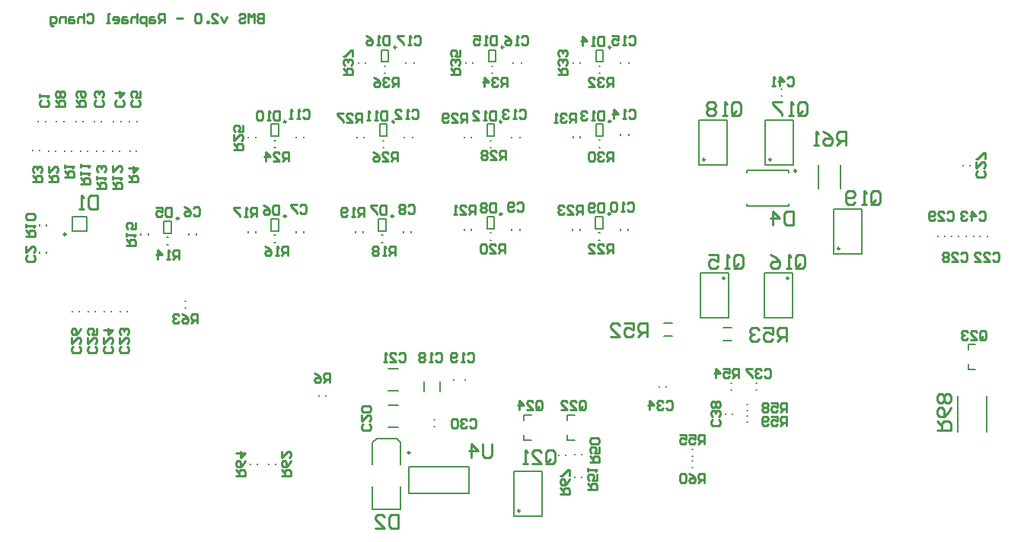
<source format=gbo>
G04 Layer_Color=32896*
%FSAX24Y24*%
%MOIN*%
G70*
G01*
G75*
%ADD36C,0.0100*%
%ADD69C,0.0098*%
%ADD71C,0.0079*%
%ADD74C,0.0080*%
D36*
X047770Y013920D02*
Y014320D01*
X047870Y014420D01*
X048070D01*
X048170Y014320D01*
Y013920D01*
X048070Y013820D01*
X047870D01*
X047970Y014020D02*
X047770Y013820D01*
X047870D02*
X047770Y013920D01*
X047170Y013820D02*
X047570D01*
X047170Y014220D01*
Y014320D01*
X047270Y014420D01*
X047470D01*
X047570Y014320D01*
X046970Y013820D02*
X046770D01*
X046870D01*
Y014420D01*
X046970Y014320D01*
X064900Y015300D02*
X065500D01*
Y015600D01*
X065400Y015700D01*
X065200D01*
X065100Y015600D01*
Y015300D01*
Y015500D02*
X064900Y015700D01*
X065500Y016300D02*
X065400Y016100D01*
X065200Y015900D01*
X065000D01*
X064900Y016000D01*
Y016200D01*
X065000Y016300D01*
X065100D01*
X065200Y016200D01*
Y015900D01*
X065400Y016500D02*
X065500Y016600D01*
Y016800D01*
X065400Y016899D01*
X065300D01*
X065200Y016800D01*
X065100Y016899D01*
X065000D01*
X064900Y016800D01*
Y016600D01*
X065000Y016500D01*
X065100D01*
X065200Y016600D01*
X065300Y016500D01*
X065400D01*
X065200Y016600D02*
Y016800D01*
X025933Y029767D02*
X026000Y029700D01*
Y029567D01*
X025933Y029500D01*
X025667D01*
X025600Y029567D01*
Y029700D01*
X025667Y029767D01*
X025600Y029900D02*
Y030033D01*
Y029967D01*
X026000D01*
X025933Y029900D01*
X025333Y022967D02*
X025400Y022900D01*
Y022767D01*
X025333Y022700D01*
X025067D01*
X025000Y022767D01*
Y022900D01*
X025067Y022967D01*
X025000Y023366D02*
Y023100D01*
X025267Y023366D01*
X025333D01*
X025400Y023300D01*
Y023167D01*
X025333Y023100D01*
X028333Y029767D02*
X028400Y029700D01*
Y029567D01*
X028333Y029500D01*
X028067D01*
X028000Y029567D01*
Y029700D01*
X028067Y029767D01*
X028333Y029900D02*
X028400Y029967D01*
Y030100D01*
X028333Y030166D01*
X028267D01*
X028200Y030100D01*
Y030033D01*
Y030100D01*
X028133Y030166D01*
X028067D01*
X028000Y030100D01*
Y029967D01*
X028067Y029900D01*
X029233Y029767D02*
X029300Y029700D01*
Y029567D01*
X029233Y029500D01*
X028967D01*
X028900Y029567D01*
Y029700D01*
X028967Y029767D01*
X028900Y030100D02*
X029300D01*
X029100Y029900D01*
Y030166D01*
X029933Y029767D02*
X030000Y029700D01*
Y029567D01*
X029933Y029500D01*
X029667D01*
X029600Y029567D01*
Y029700D01*
X029667Y029767D01*
X030000Y030166D02*
Y029900D01*
X029800D01*
X029867Y030033D01*
Y030100D01*
X029800Y030166D01*
X029667D01*
X029600Y030100D01*
Y029967D01*
X029667Y029900D01*
X032349Y025019D02*
X032416Y025086D01*
X032549D01*
X032616Y025019D01*
Y024752D01*
X032549Y024686D01*
X032416D01*
X032349Y024752D01*
X031949Y025086D02*
X032083Y025019D01*
X032216Y024886D01*
Y024752D01*
X032149Y024686D01*
X032016D01*
X031949Y024752D01*
Y024819D01*
X032016Y024886D01*
X032216D01*
X036999Y025119D02*
X037066Y025186D01*
X037199D01*
X037266Y025119D01*
Y024852D01*
X037199Y024786D01*
X037066D01*
X036999Y024852D01*
X036866Y025186D02*
X036599D01*
Y025119D01*
X036866Y024852D01*
Y024786D01*
X041749Y025119D02*
X041816Y025186D01*
X041949D01*
X042016Y025119D01*
Y024852D01*
X041949Y024786D01*
X041816D01*
X041749Y024852D01*
X041616Y025119D02*
X041549Y025186D01*
X041416D01*
X041349Y025119D01*
Y025052D01*
X041416Y024986D01*
X041349Y024919D01*
Y024852D01*
X041416Y024786D01*
X041549D01*
X041616Y024852D01*
Y024919D01*
X041549Y024986D01*
X041616Y025052D01*
Y025119D01*
X041549Y024986D02*
X041416D01*
X046499Y025219D02*
X046566Y025286D01*
X046699D01*
X046766Y025219D01*
Y024952D01*
X046699Y024886D01*
X046566D01*
X046499Y024952D01*
X046366D02*
X046299Y024886D01*
X046166D01*
X046099Y024952D01*
Y025219D01*
X046166Y025286D01*
X046299D01*
X046366Y025219D01*
Y025152D01*
X046299Y025086D01*
X046099D01*
X051349Y025219D02*
X051416Y025286D01*
X051549D01*
X051616Y025219D01*
Y024952D01*
X051549Y024886D01*
X051416D01*
X051349Y024952D01*
X051216Y024886D02*
X051083D01*
X051149D01*
Y025286D01*
X051216Y025219D01*
X050883D02*
X050816Y025286D01*
X050683D01*
X050616Y025219D01*
Y024952D01*
X050683Y024886D01*
X050816D01*
X050883Y024952D01*
Y025219D01*
X037149Y029269D02*
X037216Y029336D01*
X037349D01*
X037416Y029269D01*
Y029002D01*
X037349Y028936D01*
X037216D01*
X037149Y029002D01*
X037016Y028936D02*
X036883D01*
X036949D01*
Y029336D01*
X037016Y029269D01*
X036683Y028936D02*
X036549D01*
X036616D01*
Y029336D01*
X036683Y029269D01*
X041899D02*
X041966Y029336D01*
X042099D01*
X042166Y029269D01*
Y029002D01*
X042099Y028936D01*
X041966D01*
X041899Y029002D01*
X041766Y028936D02*
X041633D01*
X041699D01*
Y029336D01*
X041766Y029269D01*
X041166Y028936D02*
X041433D01*
X041166Y029202D01*
Y029269D01*
X041233Y029336D01*
X041366D01*
X041433Y029269D01*
X046599D02*
X046666Y029336D01*
X046799D01*
X046866Y029269D01*
Y029002D01*
X046799Y028936D01*
X046666D01*
X046599Y029002D01*
X046466Y028936D02*
X046333D01*
X046399D01*
Y029336D01*
X046466Y029269D01*
X046133D02*
X046066Y029336D01*
X045933D01*
X045866Y029269D01*
Y029202D01*
X045933Y029136D01*
X045999D01*
X045933D01*
X045866Y029069D01*
Y029002D01*
X045933Y028936D01*
X046066D01*
X046133Y029002D01*
X051399Y029269D02*
X051466Y029336D01*
X051599D01*
X051666Y029269D01*
Y029002D01*
X051599Y028936D01*
X051466D01*
X051399Y029002D01*
X051266Y028936D02*
X051133D01*
X051199D01*
Y029336D01*
X051266Y029269D01*
X050733Y028936D02*
Y029336D01*
X050933Y029136D01*
X050666D01*
X051399Y032519D02*
X051466Y032586D01*
X051599D01*
X051666Y032519D01*
Y032252D01*
X051599Y032186D01*
X051466D01*
X051399Y032252D01*
X051266Y032186D02*
X051133D01*
X051199D01*
Y032586D01*
X051266Y032519D01*
X050666Y032586D02*
X050933D01*
Y032386D01*
X050799Y032452D01*
X050733D01*
X050666Y032386D01*
Y032252D01*
X050733Y032186D01*
X050866D01*
X050933Y032252D01*
X046699Y032519D02*
X046766Y032586D01*
X046899D01*
X046966Y032519D01*
Y032252D01*
X046899Y032186D01*
X046766D01*
X046699Y032252D01*
X046566Y032186D02*
X046433D01*
X046499D01*
Y032586D01*
X046566Y032519D01*
X045966Y032586D02*
X046099Y032519D01*
X046233Y032386D01*
Y032252D01*
X046166Y032186D01*
X046033D01*
X045966Y032252D01*
Y032319D01*
X046033Y032386D01*
X046233D01*
X041999Y032519D02*
X042066Y032586D01*
X042199D01*
X042266Y032519D01*
Y032252D01*
X042199Y032186D01*
X042066D01*
X041999Y032252D01*
X041866Y032186D02*
X041733D01*
X041799D01*
Y032586D01*
X041866Y032519D01*
X041533Y032586D02*
X041266D01*
Y032519D01*
X041533Y032252D01*
Y032186D01*
X066933Y026667D02*
X067000Y026600D01*
Y026467D01*
X066933Y026400D01*
X066667D01*
X066600Y026467D01*
Y026600D01*
X066667Y026667D01*
X066600Y027066D02*
Y026800D01*
X066867Y027066D01*
X066933D01*
X067000Y027000D01*
Y026867D01*
X066933Y026800D01*
X067000Y027200D02*
Y027466D01*
X066933D01*
X066667Y027200D01*
X066600D01*
X028136Y025596D02*
Y024996D01*
X027836D01*
X027736Y025096D01*
Y025496D01*
X027836Y025596D01*
X028136D01*
X027536Y024996D02*
X027336D01*
X027436D01*
Y025596D01*
X027536Y025496D01*
X031366Y025036D02*
Y024636D01*
X031166D01*
X031099Y024702D01*
Y024969D01*
X031166Y025036D01*
X031366D01*
X030699D02*
X030966D01*
Y024836D01*
X030833Y024902D01*
X030766D01*
X030699Y024836D01*
Y024702D01*
X030766Y024636D01*
X030899D01*
X030966Y024702D01*
X036066Y025136D02*
Y024736D01*
X035866D01*
X035799Y024802D01*
Y025069D01*
X035866Y025136D01*
X036066D01*
X035399D02*
X035533Y025069D01*
X035666Y024936D01*
Y024802D01*
X035599Y024736D01*
X035466D01*
X035399Y024802D01*
Y024869D01*
X035466Y024936D01*
X035666D01*
X040766Y025136D02*
Y024736D01*
X040566D01*
X040499Y024802D01*
Y025069D01*
X040566Y025136D01*
X040766D01*
X040366D02*
X040099D01*
Y025069D01*
X040366Y024802D01*
Y024736D01*
X045566Y025236D02*
Y024836D01*
X045366D01*
X045299Y024902D01*
Y025169D01*
X045366Y025236D01*
X045566D01*
X045166Y025169D02*
X045099Y025236D01*
X044966D01*
X044899Y025169D01*
Y025102D01*
X044966Y025036D01*
X044899Y024969D01*
Y024902D01*
X044966Y024836D01*
X045099D01*
X045166Y024902D01*
Y024969D01*
X045099Y025036D01*
X045166Y025102D01*
Y025169D01*
X045099Y025036D02*
X044966D01*
X050316Y025236D02*
Y024836D01*
X050116D01*
X050049Y024902D01*
Y025169D01*
X050116Y025236D01*
X050316D01*
X049916Y024902D02*
X049849Y024836D01*
X049716D01*
X049649Y024902D01*
Y025169D01*
X049716Y025236D01*
X049849D01*
X049916Y025169D01*
Y025102D01*
X049849Y025036D01*
X049649D01*
X036116Y029286D02*
Y028886D01*
X035916D01*
X035849Y028952D01*
Y029219D01*
X035916Y029286D01*
X036116D01*
X035716Y028886D02*
X035583D01*
X035649D01*
Y029286D01*
X035716Y029219D01*
X035383D02*
X035316Y029286D01*
X035183D01*
X035116Y029219D01*
Y028952D01*
X035183Y028886D01*
X035316D01*
X035383Y028952D01*
Y029219D01*
X040816Y029286D02*
Y028886D01*
X040616D01*
X040549Y028952D01*
Y029219D01*
X040616Y029286D01*
X040816D01*
X040416Y028886D02*
X040283D01*
X040349D01*
Y029286D01*
X040416Y029219D01*
X040083Y028886D02*
X039949D01*
X040016D01*
Y029286D01*
X040083Y029219D01*
X045566Y029286D02*
Y028886D01*
X045366D01*
X045299Y028952D01*
Y029219D01*
X045366Y029286D01*
X045566D01*
X045166Y028886D02*
X045033D01*
X045099D01*
Y029286D01*
X045166Y029219D01*
X044566Y028886D02*
X044833D01*
X044566Y029152D01*
Y029219D01*
X044633Y029286D01*
X044766D01*
X044833Y029219D01*
X050316Y029286D02*
Y028886D01*
X050116D01*
X050049Y028952D01*
Y029219D01*
X050116Y029286D01*
X050316D01*
X049916Y028886D02*
X049783D01*
X049849D01*
Y029286D01*
X049916Y029219D01*
X049583D02*
X049516Y029286D01*
X049383D01*
X049316Y029219D01*
Y029152D01*
X049383Y029086D01*
X049449D01*
X049383D01*
X049316Y029019D01*
Y028952D01*
X049383Y028886D01*
X049516D01*
X049583Y028952D01*
X050316Y032536D02*
Y032136D01*
X050116D01*
X050049Y032202D01*
Y032469D01*
X050116Y032536D01*
X050316D01*
X049916Y032136D02*
X049783D01*
X049849D01*
Y032536D01*
X049916Y032469D01*
X049383Y032136D02*
Y032536D01*
X049583Y032336D01*
X049316D01*
X045616Y032586D02*
Y032186D01*
X045416D01*
X045349Y032252D01*
Y032519D01*
X045416Y032586D01*
X045616D01*
X045216Y032186D02*
X045083D01*
X045149D01*
Y032586D01*
X045216Y032519D01*
X044616Y032586D02*
X044883D01*
Y032386D01*
X044749Y032452D01*
X044683D01*
X044616Y032386D01*
Y032252D01*
X044683Y032186D01*
X044816D01*
X044883Y032252D01*
X040916Y032586D02*
Y032186D01*
X040716D01*
X040649Y032252D01*
Y032519D01*
X040716Y032586D01*
X040916D01*
X040516Y032186D02*
X040383D01*
X040449D01*
Y032586D01*
X040516Y032519D01*
X039916Y032586D02*
X040049Y032519D01*
X040183Y032386D01*
Y032252D01*
X040116Y032186D01*
X039983D01*
X039916Y032252D01*
Y032319D01*
X039983Y032386D01*
X040183D01*
X026700Y026400D02*
X027100D01*
Y026600D01*
X027033Y026667D01*
X026900D01*
X026833Y026600D01*
Y026400D01*
Y026533D02*
X026700Y026667D01*
Y026800D02*
Y026933D01*
Y026867D01*
X027100D01*
X027033Y026800D01*
X026000Y026200D02*
X026400D01*
Y026400D01*
X026333Y026467D01*
X026200D01*
X026133Y026400D01*
Y026200D01*
Y026333D02*
X026000Y026467D01*
Y026866D02*
Y026600D01*
X026267Y026866D01*
X026333D01*
X026400Y026800D01*
Y026667D01*
X026333Y026600D01*
X025300Y026200D02*
X025700D01*
Y026400D01*
X025633Y026467D01*
X025500D01*
X025433Y026400D01*
Y026200D01*
Y026333D02*
X025300Y026467D01*
X025633Y026600D02*
X025700Y026667D01*
Y026800D01*
X025633Y026866D01*
X025567D01*
X025500Y026800D01*
Y026733D01*
Y026800D01*
X025433Y026866D01*
X025367D01*
X025300Y026800D01*
Y026667D01*
X025367Y026600D01*
X029500Y026200D02*
X029900D01*
Y026400D01*
X029833Y026467D01*
X029700D01*
X029633Y026400D01*
Y026200D01*
Y026333D02*
X029500Y026467D01*
Y026800D02*
X029900D01*
X029700Y026600D01*
Y026866D01*
X026300Y029500D02*
X026700D01*
Y029700D01*
X026633Y029767D01*
X026500D01*
X026433Y029700D01*
Y029500D01*
Y029633D02*
X026300Y029767D01*
X026633Y029900D02*
X026700Y029967D01*
Y030100D01*
X026633Y030166D01*
X026567D01*
X026500Y030100D01*
X026433Y030166D01*
X026367D01*
X026300Y030100D01*
Y029967D01*
X026367Y029900D01*
X026433D01*
X026500Y029967D01*
X026567Y029900D01*
X026633D01*
X026500Y029967D02*
Y030100D01*
X027200Y029500D02*
X027600D01*
Y029700D01*
X027533Y029767D01*
X027400D01*
X027333Y029700D01*
Y029500D01*
Y029633D02*
X027200Y029767D01*
X027267Y029900D02*
X027200Y029967D01*
Y030100D01*
X027267Y030166D01*
X027533D01*
X027600Y030100D01*
Y029967D01*
X027533Y029900D01*
X027467D01*
X027400Y029967D01*
Y030166D01*
X025000Y023800D02*
X025400D01*
Y024000D01*
X025333Y024067D01*
X025200D01*
X025133Y024000D01*
Y023800D01*
Y023933D02*
X025000Y024067D01*
Y024200D02*
Y024333D01*
Y024267D01*
X025400D01*
X025333Y024200D01*
Y024533D02*
X025400Y024600D01*
Y024733D01*
X025333Y024800D01*
X025067D01*
X025000Y024733D01*
Y024600D01*
X025067Y024533D01*
X025333D01*
X027400Y026100D02*
X027800D01*
Y026300D01*
X027733Y026367D01*
X027600D01*
X027533Y026300D01*
Y026100D01*
Y026233D02*
X027400Y026367D01*
Y026500D02*
Y026633D01*
Y026567D01*
X027800D01*
X027733Y026500D01*
X027400Y026833D02*
Y026966D01*
Y026900D01*
X027800D01*
X027733Y026833D01*
X028800Y025900D02*
X029200D01*
Y026100D01*
X029133Y026167D01*
X029000D01*
X028933Y026100D01*
Y025900D01*
Y026033D02*
X028800Y026167D01*
Y026300D02*
Y026433D01*
Y026367D01*
X029200D01*
X029133Y026300D01*
X028800Y026900D02*
Y026633D01*
X029067Y026900D01*
X029133D01*
X029200Y026833D01*
Y026700D01*
X029133Y026633D01*
X028100Y025900D02*
X028500D01*
Y026100D01*
X028433Y026167D01*
X028300D01*
X028233Y026100D01*
Y025900D01*
Y026033D02*
X028100Y026167D01*
Y026300D02*
Y026433D01*
Y026367D01*
X028500D01*
X028433Y026300D01*
Y026633D02*
X028500Y026700D01*
Y026833D01*
X028433Y026900D01*
X028367D01*
X028300Y026833D01*
Y026766D01*
Y026833D01*
X028233Y026900D01*
X028167D01*
X028100Y026833D01*
Y026700D01*
X028167Y026633D01*
X031716Y022786D02*
Y023186D01*
X031516D01*
X031449Y023119D01*
Y022986D01*
X031516Y022919D01*
X031716D01*
X031582D02*
X031449Y022786D01*
X031316D02*
X031183D01*
X031249D01*
Y023186D01*
X031316Y023119D01*
X030783Y022786D02*
Y023186D01*
X030983Y022986D01*
X030716D01*
X029400Y023400D02*
X029800D01*
Y023600D01*
X029733Y023667D01*
X029600D01*
X029533Y023600D01*
Y023400D01*
Y023533D02*
X029400Y023667D01*
Y023800D02*
Y023933D01*
Y023867D01*
X029800D01*
X029733Y023800D01*
X029800Y024400D02*
Y024133D01*
X029600D01*
X029667Y024266D01*
Y024333D01*
X029600Y024400D01*
X029467D01*
X029400Y024333D01*
Y024200D01*
X029467Y024133D01*
X036466Y022936D02*
Y023336D01*
X036266D01*
X036199Y023269D01*
Y023136D01*
X036266Y023069D01*
X036466D01*
X036332D02*
X036199Y022936D01*
X036066D02*
X035933D01*
X035999D01*
Y023336D01*
X036066Y023269D01*
X035466Y023336D02*
X035599Y023269D01*
X035733Y023136D01*
Y023002D01*
X035666Y022936D01*
X035533D01*
X035466Y023002D01*
Y023069D01*
X035533Y023136D01*
X035733D01*
X035116Y024636D02*
Y025036D01*
X034916D01*
X034849Y024969D01*
Y024836D01*
X034916Y024769D01*
X035116D01*
X034982D02*
X034849Y024636D01*
X034716D02*
X034583D01*
X034649D01*
Y025036D01*
X034716Y024969D01*
X034383Y025036D02*
X034116D01*
Y024969D01*
X034383Y024702D01*
Y024636D01*
X041166Y022936D02*
Y023336D01*
X040966D01*
X040899Y023269D01*
Y023136D01*
X040966Y023069D01*
X041166D01*
X041032D02*
X040899Y022936D01*
X040766D02*
X040633D01*
X040699D01*
Y023336D01*
X040766Y023269D01*
X040433D02*
X040366Y023336D01*
X040233D01*
X040166Y023269D01*
Y023202D01*
X040233Y023136D01*
X040166Y023069D01*
Y023002D01*
X040233Y022936D01*
X040366D01*
X040433Y023002D01*
Y023069D01*
X040366Y023136D01*
X040433Y023202D01*
Y023269D01*
X040366Y023136D02*
X040233D01*
X039816Y024636D02*
Y025036D01*
X039616D01*
X039549Y024969D01*
Y024836D01*
X039616Y024769D01*
X039816D01*
X039682D02*
X039549Y024636D01*
X039416D02*
X039283D01*
X039349D01*
Y025036D01*
X039416Y024969D01*
X039083Y024702D02*
X039016Y024636D01*
X038883D01*
X038816Y024702D01*
Y024969D01*
X038883Y025036D01*
X039016D01*
X039083Y024969D01*
Y024902D01*
X039016Y024836D01*
X038816D01*
X045966Y023036D02*
Y023436D01*
X045766D01*
X045699Y023369D01*
Y023236D01*
X045766Y023169D01*
X045966D01*
X045832D02*
X045699Y023036D01*
X045299D02*
X045566D01*
X045299Y023302D01*
Y023369D01*
X045366Y023436D01*
X045499D01*
X045566Y023369D01*
X045166D02*
X045099Y023436D01*
X044966D01*
X044899Y023369D01*
Y023102D01*
X044966Y023036D01*
X045099D01*
X045166Y023102D01*
Y023369D01*
X044666Y024736D02*
Y025136D01*
X044466D01*
X044399Y025069D01*
Y024936D01*
X044466Y024869D01*
X044666D01*
X044532D02*
X044399Y024736D01*
X043999D02*
X044266D01*
X043999Y025002D01*
Y025069D01*
X044066Y025136D01*
X044199D01*
X044266Y025069D01*
X043866Y024736D02*
X043733D01*
X043799D01*
Y025136D01*
X043866Y025069D01*
X050716Y023036D02*
Y023436D01*
X050516D01*
X050449Y023369D01*
Y023236D01*
X050516Y023169D01*
X050716D01*
X050582D02*
X050449Y023036D01*
X050049D02*
X050316D01*
X050049Y023302D01*
Y023369D01*
X050116Y023436D01*
X050249D01*
X050316Y023369D01*
X049649Y023036D02*
X049916D01*
X049649Y023302D01*
Y023369D01*
X049716Y023436D01*
X049849D01*
X049916Y023369D01*
X049366Y024736D02*
Y025136D01*
X049166D01*
X049099Y025069D01*
Y024936D01*
X049166Y024869D01*
X049366D01*
X049232D02*
X049099Y024736D01*
X048699D02*
X048966D01*
X048699Y025002D01*
Y025069D01*
X048766Y025136D01*
X048899D01*
X048966Y025069D01*
X048566D02*
X048499Y025136D01*
X048366D01*
X048299Y025069D01*
Y025002D01*
X048366Y024936D01*
X048433D01*
X048366D01*
X048299Y024869D01*
Y024802D01*
X048366Y024736D01*
X048499D01*
X048566Y024802D01*
X036516Y027086D02*
Y027486D01*
X036316D01*
X036249Y027419D01*
Y027286D01*
X036316Y027219D01*
X036516D01*
X036382D02*
X036249Y027086D01*
X035849D02*
X036116D01*
X035849Y027352D01*
Y027419D01*
X035916Y027486D01*
X036049D01*
X036116Y027419D01*
X035516Y027086D02*
Y027486D01*
X035716Y027286D01*
X035449D01*
X034100Y027600D02*
X034500D01*
Y027800D01*
X034433Y027867D01*
X034300D01*
X034233Y027800D01*
Y027600D01*
Y027733D02*
X034100Y027867D01*
Y028266D02*
Y028000D01*
X034367Y028266D01*
X034433D01*
X034500Y028200D01*
Y028067D01*
X034433Y028000D01*
X034500Y028666D02*
Y028400D01*
X034300D01*
X034367Y028533D01*
Y028600D01*
X034300Y028666D01*
X034167D01*
X034100Y028600D01*
Y028466D01*
X034167Y028400D01*
X041266Y027086D02*
Y027486D01*
X041066D01*
X040999Y027419D01*
Y027286D01*
X041066Y027219D01*
X041266D01*
X041132D02*
X040999Y027086D01*
X040599D02*
X040866D01*
X040599Y027352D01*
Y027419D01*
X040666Y027486D01*
X040799D01*
X040866Y027419D01*
X040199Y027486D02*
X040333Y027419D01*
X040466Y027286D01*
Y027152D01*
X040399Y027086D01*
X040266D01*
X040199Y027152D01*
Y027219D01*
X040266Y027286D01*
X040466D01*
X039716Y028786D02*
Y029186D01*
X039516D01*
X039449Y029119D01*
Y028986D01*
X039516Y028919D01*
X039716D01*
X039582D02*
X039449Y028786D01*
X039049D02*
X039316D01*
X039049Y029052D01*
Y029119D01*
X039116Y029186D01*
X039249D01*
X039316Y029119D01*
X038916Y029186D02*
X038649D01*
Y029119D01*
X038916Y028852D01*
Y028786D01*
X046016Y027136D02*
Y027536D01*
X045816D01*
X045749Y027469D01*
Y027336D01*
X045816Y027269D01*
X046016D01*
X045882D02*
X045749Y027136D01*
X045349D02*
X045616D01*
X045349Y027402D01*
Y027469D01*
X045416Y027536D01*
X045549D01*
X045616Y027469D01*
X045216D02*
X045149Y027536D01*
X045016D01*
X044949Y027469D01*
Y027402D01*
X045016Y027336D01*
X044949Y027269D01*
Y027202D01*
X045016Y027136D01*
X045149D01*
X045216Y027202D01*
Y027269D01*
X045149Y027336D01*
X045216Y027402D01*
Y027469D01*
X045149Y027336D02*
X045016D01*
X044316Y028786D02*
Y029186D01*
X044116D01*
X044049Y029119D01*
Y028986D01*
X044116Y028919D01*
X044316D01*
X044182D02*
X044049Y028786D01*
X043649D02*
X043916D01*
X043649Y029052D01*
Y029119D01*
X043716Y029186D01*
X043849D01*
X043916Y029119D01*
X043516Y028852D02*
X043449Y028786D01*
X043316D01*
X043249Y028852D01*
Y029119D01*
X043316Y029186D01*
X043449D01*
X043516Y029119D01*
Y029052D01*
X043449Y028986D01*
X043249D01*
X050716Y027086D02*
Y027486D01*
X050516D01*
X050449Y027419D01*
Y027286D01*
X050516Y027219D01*
X050716D01*
X050582D02*
X050449Y027086D01*
X050316Y027419D02*
X050249Y027486D01*
X050116D01*
X050049Y027419D01*
Y027352D01*
X050116Y027286D01*
X050183D01*
X050116D01*
X050049Y027219D01*
Y027152D01*
X050116Y027086D01*
X050249D01*
X050316Y027152D01*
X049916Y027419D02*
X049849Y027486D01*
X049716D01*
X049649Y027419D01*
Y027152D01*
X049716Y027086D01*
X049849D01*
X049916Y027152D01*
Y027419D01*
X049066Y028786D02*
Y029186D01*
X048866D01*
X048799Y029119D01*
Y028986D01*
X048866Y028919D01*
X049066D01*
X048932D02*
X048799Y028786D01*
X048666Y029119D02*
X048599Y029186D01*
X048466D01*
X048399Y029119D01*
Y029052D01*
X048466Y028986D01*
X048533D01*
X048466D01*
X048399Y028919D01*
Y028852D01*
X048466Y028786D01*
X048599D01*
X048666Y028852D01*
X048266Y028786D02*
X048133D01*
X048199D01*
Y029186D01*
X048266Y029119D01*
X050716Y030336D02*
Y030736D01*
X050516D01*
X050449Y030669D01*
Y030536D01*
X050516Y030469D01*
X050716D01*
X050582D02*
X050449Y030336D01*
X050316Y030669D02*
X050249Y030736D01*
X050116D01*
X050049Y030669D01*
Y030602D01*
X050116Y030536D01*
X050183D01*
X050116D01*
X050049Y030469D01*
Y030402D01*
X050116Y030336D01*
X050249D01*
X050316Y030402D01*
X049649Y030336D02*
X049916D01*
X049649Y030602D01*
Y030669D01*
X049716Y030736D01*
X049849D01*
X049916Y030669D01*
X048300Y030900D02*
X048700D01*
Y031100D01*
X048633Y031167D01*
X048500D01*
X048433Y031100D01*
Y030900D01*
Y031033D02*
X048300Y031167D01*
X048633Y031300D02*
X048700Y031367D01*
Y031500D01*
X048633Y031566D01*
X048567D01*
X048500Y031500D01*
Y031433D01*
Y031500D01*
X048433Y031566D01*
X048367D01*
X048300Y031500D01*
Y031367D01*
X048367Y031300D01*
X048633Y031700D02*
X048700Y031766D01*
Y031900D01*
X048633Y031966D01*
X048567D01*
X048500Y031900D01*
Y031833D01*
Y031900D01*
X048433Y031966D01*
X048367D01*
X048300Y031900D01*
Y031766D01*
X048367Y031700D01*
X046066Y030336D02*
Y030736D01*
X045866D01*
X045799Y030669D01*
Y030536D01*
X045866Y030469D01*
X046066D01*
X045932D02*
X045799Y030336D01*
X045666Y030669D02*
X045599Y030736D01*
X045466D01*
X045399Y030669D01*
Y030602D01*
X045466Y030536D01*
X045533D01*
X045466D01*
X045399Y030469D01*
Y030402D01*
X045466Y030336D01*
X045599D01*
X045666Y030402D01*
X045066Y030336D02*
Y030736D01*
X045266Y030536D01*
X044999D01*
X043600Y030900D02*
X044000D01*
Y031100D01*
X043933Y031167D01*
X043800D01*
X043733Y031100D01*
Y030900D01*
Y031033D02*
X043600Y031167D01*
X043933Y031300D02*
X044000Y031367D01*
Y031500D01*
X043933Y031566D01*
X043867D01*
X043800Y031500D01*
Y031433D01*
Y031500D01*
X043733Y031566D01*
X043667D01*
X043600Y031500D01*
Y031367D01*
X043667Y031300D01*
X044000Y031966D02*
Y031700D01*
X043800D01*
X043867Y031833D01*
Y031900D01*
X043800Y031966D01*
X043667D01*
X043600Y031900D01*
Y031766D01*
X043667Y031700D01*
X041316Y030336D02*
Y030736D01*
X041116D01*
X041049Y030669D01*
Y030536D01*
X041116Y030469D01*
X041316D01*
X041182D02*
X041049Y030336D01*
X040916Y030669D02*
X040849Y030736D01*
X040716D01*
X040649Y030669D01*
Y030602D01*
X040716Y030536D01*
X040783D01*
X040716D01*
X040649Y030469D01*
Y030402D01*
X040716Y030336D01*
X040849D01*
X040916Y030402D01*
X040249Y030736D02*
X040383Y030669D01*
X040516Y030536D01*
Y030402D01*
X040449Y030336D01*
X040316D01*
X040249Y030402D01*
Y030469D01*
X040316Y030536D01*
X040516D01*
X038900Y030900D02*
X039300D01*
Y031100D01*
X039233Y031167D01*
X039100D01*
X039033Y031100D01*
Y030900D01*
Y031033D02*
X038900Y031167D01*
X039233Y031300D02*
X039300Y031367D01*
Y031500D01*
X039233Y031566D01*
X039167D01*
X039100Y031500D01*
Y031433D01*
Y031500D01*
X039033Y031566D01*
X038967D01*
X038900Y031500D01*
Y031367D01*
X038967Y031300D01*
X039300Y031700D02*
Y031966D01*
X039233D01*
X038967Y031700D01*
X038900D01*
X066783Y019317D02*
Y019583D01*
X066850Y019650D01*
X066983D01*
X067050Y019583D01*
Y019317D01*
X066983Y019250D01*
X066850D01*
X066917Y019383D02*
X066783Y019250D01*
X066850D02*
X066783Y019317D01*
X066384Y019250D02*
X066650D01*
X066384Y019517D01*
Y019583D01*
X066450Y019650D01*
X066583D01*
X066650Y019583D01*
X066250D02*
X066184Y019650D01*
X066050D01*
X065984Y019583D01*
Y019517D01*
X066050Y019450D01*
X066117D01*
X066050D01*
X065984Y019383D01*
Y019317D01*
X066050Y019250D01*
X066184D01*
X066250Y019317D01*
X067333Y023033D02*
X067400Y023100D01*
X067533D01*
X067600Y023033D01*
Y022767D01*
X067533Y022700D01*
X067400D01*
X067333Y022767D01*
X066934Y022700D02*
X067200D01*
X066934Y022967D01*
Y023033D01*
X067000Y023100D01*
X067133D01*
X067200Y023033D01*
X066534Y022700D02*
X066800D01*
X066534Y022967D01*
Y023033D01*
X066600Y023100D01*
X066734D01*
X066800Y023033D01*
X066733Y024833D02*
X066800Y024900D01*
X066933D01*
X067000Y024833D01*
Y024567D01*
X066933Y024500D01*
X066800D01*
X066733Y024567D01*
X066400Y024500D02*
Y024900D01*
X066600Y024700D01*
X066334D01*
X066200Y024833D02*
X066134Y024900D01*
X066000D01*
X065934Y024833D01*
Y024767D01*
X066000Y024700D01*
X066067D01*
X066000D01*
X065934Y024633D01*
Y024567D01*
X066000Y024500D01*
X066134D01*
X066200Y024567D01*
X055900Y029200D02*
Y029600D01*
X056000Y029700D01*
X056200D01*
X056300Y029600D01*
Y029200D01*
X056200Y029100D01*
X056000D01*
X056100Y029300D02*
X055900Y029100D01*
X056000D02*
X055900Y029200D01*
X055700Y029100D02*
X055500D01*
X055600D01*
Y029700D01*
X055700Y029600D01*
X055200D02*
X055100Y029700D01*
X054900D01*
X054800Y029600D01*
Y029500D01*
X054900Y029400D01*
X054800Y029300D01*
Y029200D01*
X054900Y029100D01*
X055100D01*
X055200Y029200D01*
Y029300D01*
X055100Y029400D01*
X055200Y029500D01*
Y029600D01*
X055100Y029400D02*
X054900D01*
X062000Y025300D02*
Y025700D01*
X062100Y025800D01*
X062300D01*
X062400Y025700D01*
Y025300D01*
X062300Y025200D01*
X062100D01*
X062200Y025400D02*
X062000Y025200D01*
X062100D02*
X062000Y025300D01*
X061800Y025200D02*
X061600D01*
X061700D01*
Y025800D01*
X061800Y025700D01*
X061300Y025300D02*
X061200Y025200D01*
X061000D01*
X060900Y025300D01*
Y025700D01*
X061000Y025800D01*
X061200D01*
X061300Y025700D01*
Y025600D01*
X061200Y025500D01*
X060900D01*
X058300Y016100D02*
Y016500D01*
X058100D01*
X058033Y016433D01*
Y016300D01*
X058100Y016233D01*
X058300D01*
X058167D02*
X058033Y016100D01*
X057634Y016500D02*
X057900D01*
Y016300D01*
X057767Y016367D01*
X057700D01*
X057634Y016300D01*
Y016167D01*
X057700Y016100D01*
X057833D01*
X057900Y016167D01*
X057500Y016433D02*
X057434Y016500D01*
X057300D01*
X057234Y016433D01*
Y016367D01*
X057300Y016300D01*
X057234Y016233D01*
Y016167D01*
X057300Y016100D01*
X057434D01*
X057500Y016167D01*
Y016233D01*
X057434Y016300D01*
X057500Y016367D01*
Y016433D01*
X057434Y016300D02*
X057300D01*
X058300Y015500D02*
Y015900D01*
X058100D01*
X058033Y015833D01*
Y015700D01*
X058100Y015633D01*
X058300D01*
X058167D02*
X058033Y015500D01*
X057634Y015900D02*
X057900D01*
Y015700D01*
X057767Y015767D01*
X057700D01*
X057634Y015700D01*
Y015567D01*
X057700Y015500D01*
X057833D01*
X057900Y015567D01*
X057500D02*
X057434Y015500D01*
X057300D01*
X057234Y015567D01*
Y015833D01*
X057300Y015900D01*
X057434D01*
X057500Y015833D01*
Y015767D01*
X057434Y015700D01*
X057234D01*
X054700Y013000D02*
Y013400D01*
X054500D01*
X054433Y013333D01*
Y013200D01*
X054500Y013133D01*
X054700D01*
X054567D02*
X054433Y013000D01*
X054034Y013400D02*
X054167Y013333D01*
X054300Y013200D01*
Y013067D01*
X054233Y013000D01*
X054100D01*
X054034Y013067D01*
Y013133D01*
X054100Y013200D01*
X054300D01*
X053900Y013333D02*
X053834Y013400D01*
X053700D01*
X053634Y013333D01*
Y013067D01*
X053700Y013000D01*
X053834D01*
X053900Y013067D01*
Y013333D01*
X060900Y027800D02*
Y028400D01*
X060600D01*
X060500Y028300D01*
Y028100D01*
X060600Y028000D01*
X060900D01*
X060700D02*
X060500Y027800D01*
X059900Y028400D02*
X060100Y028300D01*
X060300Y028100D01*
Y027900D01*
X060200Y027800D01*
X060000D01*
X059900Y027900D01*
Y028000D01*
X060000Y028100D01*
X060300D01*
X059700Y027800D02*
X059500D01*
X059600D01*
Y028400D01*
X059700Y028300D01*
X042933Y018633D02*
X043000Y018700D01*
X043133D01*
X043200Y018633D01*
Y018367D01*
X043133Y018300D01*
X043000D01*
X042933Y018367D01*
X042800Y018300D02*
X042667D01*
X042733D01*
Y018700D01*
X042800Y018633D01*
X042467D02*
X042400Y018700D01*
X042267D01*
X042200Y018633D01*
Y018567D01*
X042267Y018500D01*
X042200Y018433D01*
Y018367D01*
X042267Y018300D01*
X042400D01*
X042467Y018367D01*
Y018433D01*
X042400Y018500D01*
X042467Y018567D01*
Y018633D01*
X042400Y018500D02*
X042267D01*
X044333Y018633D02*
X044400Y018700D01*
X044533D01*
X044600Y018633D01*
Y018367D01*
X044533Y018300D01*
X044400D01*
X044333Y018367D01*
X044200Y018300D02*
X044067D01*
X044133D01*
Y018700D01*
X044200Y018633D01*
X043867Y018367D02*
X043800Y018300D01*
X043667D01*
X043600Y018367D01*
Y018633D01*
X043667Y018700D01*
X043800D01*
X043867Y018633D01*
Y018567D01*
X043800Y018500D01*
X043600D01*
X040033Y015567D02*
X040100Y015500D01*
Y015367D01*
X040033Y015300D01*
X039767D01*
X039700Y015367D01*
Y015500D01*
X039767Y015567D01*
X039700Y015966D02*
Y015700D01*
X039967Y015966D01*
X040033D01*
X040100Y015900D01*
Y015767D01*
X040033Y015700D01*
Y016100D02*
X040100Y016166D01*
Y016300D01*
X040033Y016366D01*
X039767D01*
X039700Y016300D01*
Y016166D01*
X039767Y016100D01*
X040033D01*
X041333Y018633D02*
X041400Y018700D01*
X041533D01*
X041600Y018633D01*
Y018367D01*
X041533Y018300D01*
X041400D01*
X041333Y018367D01*
X040934Y018300D02*
X041200D01*
X040934Y018567D01*
Y018633D01*
X041000Y018700D01*
X041133D01*
X041200Y018633D01*
X040800Y018300D02*
X040667D01*
X040734D01*
Y018700D01*
X040800Y018633D01*
X029433Y018967D02*
X029500Y018900D01*
Y018767D01*
X029433Y018700D01*
X029167D01*
X029100Y018767D01*
Y018900D01*
X029167Y018967D01*
X029100Y019366D02*
Y019100D01*
X029367Y019366D01*
X029433D01*
X029500Y019300D01*
Y019167D01*
X029433Y019100D01*
Y019500D02*
X029500Y019566D01*
Y019700D01*
X029433Y019766D01*
X029367D01*
X029300Y019700D01*
Y019633D01*
Y019700D01*
X029233Y019766D01*
X029167D01*
X029100Y019700D01*
Y019566D01*
X029167Y019500D01*
X028733Y018967D02*
X028800Y018900D01*
Y018767D01*
X028733Y018700D01*
X028467D01*
X028400Y018767D01*
Y018900D01*
X028467Y018967D01*
X028400Y019366D02*
Y019100D01*
X028667Y019366D01*
X028733D01*
X028800Y019300D01*
Y019167D01*
X028733Y019100D01*
X028400Y019700D02*
X028800D01*
X028600Y019500D01*
Y019766D01*
X028033Y018967D02*
X028100Y018900D01*
Y018767D01*
X028033Y018700D01*
X027767D01*
X027700Y018767D01*
Y018900D01*
X027767Y018967D01*
X027700Y019366D02*
Y019100D01*
X027967Y019366D01*
X028033D01*
X028100Y019300D01*
Y019167D01*
X028033Y019100D01*
X028100Y019766D02*
Y019500D01*
X027900D01*
X027967Y019633D01*
Y019700D01*
X027900Y019766D01*
X027767D01*
X027700Y019700D01*
Y019566D01*
X027767Y019500D01*
X027333Y018967D02*
X027400Y018900D01*
Y018767D01*
X027333Y018700D01*
X027067D01*
X027000Y018767D01*
Y018900D01*
X027067Y018967D01*
X027000Y019366D02*
Y019100D01*
X027267Y019366D01*
X027333D01*
X027400Y019300D01*
Y019167D01*
X027333Y019100D01*
X027400Y019766D02*
X027333Y019633D01*
X027200Y019500D01*
X027067D01*
X027000Y019566D01*
Y019700D01*
X027067Y019766D01*
X027133D01*
X027200Y019700D01*
Y019500D01*
X065933Y023033D02*
X066000Y023100D01*
X066133D01*
X066200Y023033D01*
Y022767D01*
X066133Y022700D01*
X066000D01*
X065933Y022767D01*
X065534Y022700D02*
X065800D01*
X065534Y022967D01*
Y023033D01*
X065600Y023100D01*
X065733D01*
X065800Y023033D01*
X065400D02*
X065334Y023100D01*
X065200D01*
X065134Y023033D01*
Y022967D01*
X065200Y022900D01*
X065134Y022833D01*
Y022767D01*
X065200Y022700D01*
X065334D01*
X065400Y022767D01*
Y022833D01*
X065334Y022900D01*
X065400Y022967D01*
Y023033D01*
X065334Y022900D02*
X065200D01*
X065333Y024833D02*
X065400Y024900D01*
X065533D01*
X065600Y024833D01*
Y024567D01*
X065533Y024500D01*
X065400D01*
X065333Y024567D01*
X064934Y024500D02*
X065200D01*
X064934Y024767D01*
Y024833D01*
X065000Y024900D01*
X065133D01*
X065200Y024833D01*
X064800Y024567D02*
X064734Y024500D01*
X064600D01*
X064534Y024567D01*
Y024833D01*
X064600Y024900D01*
X064734D01*
X064800Y024833D01*
Y024767D01*
X064734Y024700D01*
X064534D01*
X044433Y015733D02*
X044500Y015800D01*
X044633D01*
X044700Y015733D01*
Y015467D01*
X044633Y015400D01*
X044500D01*
X044433Y015467D01*
X044300Y015733D02*
X044233Y015800D01*
X044100D01*
X044034Y015733D01*
Y015667D01*
X044100Y015600D01*
X044167D01*
X044100D01*
X044034Y015533D01*
Y015467D01*
X044100Y015400D01*
X044233D01*
X044300Y015467D01*
X043900Y015733D02*
X043834Y015800D01*
X043700D01*
X043634Y015733D01*
Y015467D01*
X043700Y015400D01*
X043834D01*
X043900Y015467D01*
Y015733D01*
X053033Y016533D02*
X053100Y016600D01*
X053233D01*
X053300Y016533D01*
Y016267D01*
X053233Y016200D01*
X053100D01*
X053033Y016267D01*
X052900Y016533D02*
X052833Y016600D01*
X052700D01*
X052634Y016533D01*
Y016467D01*
X052700Y016400D01*
X052767D01*
X052700D01*
X052634Y016333D01*
Y016267D01*
X052700Y016200D01*
X052833D01*
X052900Y016267D01*
X052300Y016200D02*
Y016600D01*
X052500Y016400D01*
X052234D01*
X057333Y017933D02*
X057400Y018000D01*
X057533D01*
X057600Y017933D01*
Y017667D01*
X057533Y017600D01*
X057400D01*
X057333Y017667D01*
X057200Y017933D02*
X057133Y018000D01*
X057000D01*
X056934Y017933D01*
Y017867D01*
X057000Y017800D01*
X057067D01*
X057000D01*
X056934Y017733D01*
Y017667D01*
X057000Y017600D01*
X057133D01*
X057200Y017667D01*
X056800Y018000D02*
X056534D01*
Y017933D01*
X056800Y017667D01*
Y017600D01*
X055333Y015767D02*
X055400Y015700D01*
Y015567D01*
X055333Y015500D01*
X055067D01*
X055000Y015567D01*
Y015700D01*
X055067Y015767D01*
X055333Y015900D02*
X055400Y015967D01*
Y016100D01*
X055333Y016166D01*
X055267D01*
X055200Y016100D01*
Y016033D01*
Y016100D01*
X055133Y016166D01*
X055067D01*
X055000Y016100D01*
Y015967D01*
X055067Y015900D01*
X055333Y016300D02*
X055400Y016366D01*
Y016500D01*
X055333Y016566D01*
X055267D01*
X055200Y016500D01*
X055133Y016566D01*
X055067D01*
X055000Y016500D01*
Y016366D01*
X055067Y016300D01*
X055133D01*
X055200Y016366D01*
X055267Y016300D01*
X055333D01*
X055200Y016366D02*
Y016500D01*
X058333Y030733D02*
X058400Y030800D01*
X058533D01*
X058600Y030733D01*
Y030467D01*
X058533Y030400D01*
X058400D01*
X058333Y030467D01*
X058000Y030400D02*
Y030800D01*
X058200Y030600D01*
X057934D01*
X057800Y030400D02*
X057667D01*
X057734D01*
Y030800D01*
X057800Y030733D01*
X041300Y011600D02*
Y011000D01*
X041000D01*
X040900Y011100D01*
Y011500D01*
X041000Y011600D01*
X041300D01*
X040300Y011000D02*
X040700D01*
X040300Y011400D01*
Y011500D01*
X040400Y011600D01*
X040600D01*
X040700Y011500D01*
X058600Y024900D02*
Y024300D01*
X058300D01*
X058200Y024400D01*
Y024800D01*
X058300Y024900D01*
X058600D01*
X057700Y024300D02*
Y024900D01*
X058000Y024600D01*
X057600D01*
X056000Y022500D02*
Y022900D01*
X056100Y023000D01*
X056300D01*
X056400Y022900D01*
Y022500D01*
X056300Y022400D01*
X056100D01*
X056200Y022600D02*
X056000Y022400D01*
X056100D02*
X056000Y022500D01*
X055800Y022400D02*
X055600D01*
X055700D01*
Y023000D01*
X055800Y022900D01*
X054900Y023000D02*
X055300D01*
Y022700D01*
X055100Y022800D01*
X055000D01*
X054900Y022700D01*
Y022500D01*
X055000Y022400D01*
X055200D01*
X055300Y022500D01*
X058700D02*
Y022900D01*
X058800Y023000D01*
X059000D01*
X059100Y022900D01*
Y022500D01*
X059000Y022400D01*
X058800D01*
X058900Y022600D02*
X058700Y022400D01*
X058800D02*
X058700Y022500D01*
X058500Y022400D02*
X058300D01*
X058400D01*
Y023000D01*
X058500Y022900D01*
X057600Y023000D02*
X057800Y022900D01*
X058000Y022700D01*
Y022500D01*
X057900Y022400D01*
X057700D01*
X057600Y022500D01*
Y022600D01*
X057700Y022700D01*
X058000D01*
X058800Y029200D02*
Y029600D01*
X058900Y029700D01*
X059100D01*
X059200Y029600D01*
Y029200D01*
X059100Y029100D01*
X058900D01*
X059000Y029300D02*
X058800Y029100D01*
X058900D02*
X058800Y029200D01*
X058600Y029100D02*
X058400D01*
X058500D01*
Y029700D01*
X058600Y029600D01*
X058100Y029700D02*
X057700D01*
Y029600D01*
X058100Y029200D01*
Y029100D01*
X038300Y017400D02*
Y017800D01*
X038100D01*
X038033Y017733D01*
Y017600D01*
X038100Y017533D01*
X038300D01*
X038167D02*
X038033Y017400D01*
X037634Y017800D02*
X037767Y017733D01*
X037900Y017600D01*
Y017467D01*
X037833Y017400D01*
X037700D01*
X037634Y017467D01*
Y017533D01*
X037700Y017600D01*
X037900D01*
X049700Y013900D02*
X050100D01*
Y014100D01*
X050033Y014167D01*
X049900D01*
X049833Y014100D01*
Y013900D01*
Y014033D02*
X049700Y014167D01*
X050100Y014566D02*
Y014300D01*
X049900D01*
X049967Y014433D01*
Y014500D01*
X049900Y014566D01*
X049767D01*
X049700Y014500D01*
Y014367D01*
X049767Y014300D01*
X050033Y014700D02*
X050100Y014766D01*
Y014900D01*
X050033Y014966D01*
X049767D01*
X049700Y014900D01*
Y014766D01*
X049767Y014700D01*
X050033D01*
X049600Y012700D02*
X050000D01*
Y012900D01*
X049933Y012967D01*
X049800D01*
X049733Y012900D01*
Y012700D01*
Y012833D02*
X049600Y012967D01*
X050000Y013366D02*
Y013100D01*
X049800D01*
X049867Y013233D01*
Y013300D01*
X049800Y013366D01*
X049667D01*
X049600Y013300D01*
Y013167D01*
X049667Y013100D01*
X049600Y013500D02*
Y013633D01*
Y013566D01*
X050000D01*
X049933Y013500D01*
X052200Y019400D02*
Y020000D01*
X051900D01*
X051800Y019900D01*
Y019700D01*
X051900Y019600D01*
X052200D01*
X052000D02*
X051800Y019400D01*
X051200Y020000D02*
X051600D01*
Y019700D01*
X051400Y019800D01*
X051300D01*
X051200Y019700D01*
Y019500D01*
X051300Y019400D01*
X051500D01*
X051600Y019500D01*
X050601Y019400D02*
X051000D01*
X050601Y019800D01*
Y019900D01*
X050700Y020000D01*
X050900D01*
X051000Y019900D01*
X058300Y019200D02*
Y019800D01*
X058000D01*
X057900Y019700D01*
Y019500D01*
X058000Y019400D01*
X058300D01*
X058100D02*
X057900Y019200D01*
X057300Y019800D02*
X057700D01*
Y019500D01*
X057500Y019600D01*
X057400D01*
X057300Y019500D01*
Y019300D01*
X057400Y019200D01*
X057600D01*
X057700Y019300D01*
X057100Y019700D02*
X057000Y019800D01*
X056800D01*
X056701Y019700D01*
Y019600D01*
X056800Y019500D01*
X056900D01*
X056800D01*
X056701Y019400D01*
Y019300D01*
X056800Y019200D01*
X057000D01*
X057100Y019300D01*
X056200Y017600D02*
Y018000D01*
X056000D01*
X055933Y017933D01*
Y017800D01*
X056000Y017733D01*
X056200D01*
X056067D02*
X055933Y017600D01*
X055534Y018000D02*
X055800D01*
Y017800D01*
X055667Y017867D01*
X055600D01*
X055534Y017800D01*
Y017667D01*
X055600Y017600D01*
X055733D01*
X055800Y017667D01*
X055200Y017600D02*
Y018000D01*
X055400Y017800D01*
X055134D01*
X054700Y014700D02*
Y015100D01*
X054500D01*
X054433Y015033D01*
Y014900D01*
X054500Y014833D01*
X054700D01*
X054567D02*
X054433Y014700D01*
X054034Y015100D02*
X054300D01*
Y014900D01*
X054167Y014967D01*
X054100D01*
X054034Y014900D01*
Y014767D01*
X054100Y014700D01*
X054233D01*
X054300Y014767D01*
X053634Y015100D02*
X053900D01*
Y014900D01*
X053767Y014967D01*
X053700D01*
X053634Y014900D01*
Y014767D01*
X053700Y014700D01*
X053834D01*
X053900Y014767D01*
X032500Y020000D02*
Y020400D01*
X032300D01*
X032233Y020333D01*
Y020200D01*
X032300Y020133D01*
X032500D01*
X032367D02*
X032233Y020000D01*
X031834Y020400D02*
X031967Y020333D01*
X032100Y020200D01*
Y020067D01*
X032033Y020000D01*
X031900D01*
X031834Y020067D01*
Y020133D01*
X031900Y020200D01*
X032100D01*
X031700Y020333D02*
X031634Y020400D01*
X031500D01*
X031434Y020333D01*
Y020267D01*
X031500Y020200D01*
X031567D01*
X031500D01*
X031434Y020133D01*
Y020067D01*
X031500Y020000D01*
X031634D01*
X031700Y020067D01*
X045400Y014700D02*
Y014200D01*
X045300Y014100D01*
X045100D01*
X045000Y014200D01*
Y014700D01*
X044500Y014100D02*
Y014700D01*
X044800Y014400D01*
X044400D01*
X049233Y016267D02*
Y016533D01*
X049300Y016600D01*
X049433D01*
X049500Y016533D01*
Y016267D01*
X049433Y016200D01*
X049300D01*
X049367Y016333D02*
X049233Y016200D01*
X049300D02*
X049233Y016267D01*
X048834Y016200D02*
X049100D01*
X048834Y016467D01*
Y016533D01*
X048900Y016600D01*
X049033D01*
X049100Y016533D01*
X048434Y016200D02*
X048700D01*
X048434Y016467D01*
Y016533D01*
X048500Y016600D01*
X048634D01*
X048700Y016533D01*
X047333Y016267D02*
Y016533D01*
X047400Y016600D01*
X047533D01*
X047600Y016533D01*
Y016267D01*
X047533Y016200D01*
X047400D01*
X047467Y016333D02*
X047333Y016200D01*
X047400D02*
X047333Y016267D01*
X046934Y016200D02*
X047200D01*
X046934Y016467D01*
Y016533D01*
X047000Y016600D01*
X047133D01*
X047200Y016533D01*
X046600Y016200D02*
Y016600D01*
X046800Y016400D01*
X046534D01*
X036200Y013300D02*
X036600D01*
Y013500D01*
X036533Y013567D01*
X036400D01*
X036333Y013500D01*
Y013300D01*
Y013433D02*
X036200Y013567D01*
X036600Y013966D02*
X036533Y013833D01*
X036400Y013700D01*
X036267D01*
X036200Y013767D01*
Y013900D01*
X036267Y013966D01*
X036333D01*
X036400Y013900D01*
Y013700D01*
X036200Y014366D02*
Y014100D01*
X036467Y014366D01*
X036533D01*
X036600Y014300D01*
Y014166D01*
X036533Y014100D01*
X034200Y013300D02*
X034600D01*
Y013500D01*
X034533Y013567D01*
X034400D01*
X034333Y013500D01*
Y013300D01*
Y013433D02*
X034200Y013567D01*
X034600Y013966D02*
X034533Y013833D01*
X034400Y013700D01*
X034267D01*
X034200Y013767D01*
Y013900D01*
X034267Y013966D01*
X034333D01*
X034400Y013900D01*
Y013700D01*
X034200Y014300D02*
X034600D01*
X034400Y014100D01*
Y014366D01*
X048427Y012500D02*
X048827D01*
Y012700D01*
X048760Y012767D01*
X048627D01*
X048560Y012700D01*
Y012500D01*
Y012633D02*
X048427Y012767D01*
X048827Y013166D02*
X048760Y013033D01*
X048627Y012900D01*
X048494D01*
X048427Y012967D01*
Y013100D01*
X048494Y013166D01*
X048560D01*
X048627Y013100D01*
Y012900D01*
X048827Y013300D02*
Y013566D01*
X048760D01*
X048494Y013300D01*
X048427D01*
X035416Y033536D02*
Y033136D01*
X035216D01*
X035149Y033202D01*
Y033269D01*
X035216Y033336D01*
X035416D01*
X035216D01*
X035149Y033402D01*
Y033469D01*
X035216Y033536D01*
X035416D01*
X035016Y033136D02*
Y033536D01*
X034883Y033402D01*
X034749Y033536D01*
Y033136D01*
X034349Y033469D02*
X034416Y033536D01*
X034549D01*
X034616Y033469D01*
Y033402D01*
X034549Y033336D01*
X034416D01*
X034349Y033269D01*
Y033202D01*
X034416Y033136D01*
X034549D01*
X034616Y033202D01*
X033816Y033402D02*
X033683Y033136D01*
X033550Y033402D01*
X033150Y033136D02*
X033416D01*
X033150Y033402D01*
Y033469D01*
X033216Y033536D01*
X033350D01*
X033416Y033469D01*
X033016Y033136D02*
Y033202D01*
X032950D01*
Y033136D01*
X033016D01*
X032683Y033469D02*
X032617Y033536D01*
X032483D01*
X032417Y033469D01*
Y033202D01*
X032483Y033136D01*
X032617D01*
X032683Y033202D01*
Y033469D01*
X031884Y033336D02*
X031617D01*
X031084Y033136D02*
Y033536D01*
X030884D01*
X030817Y033469D01*
Y033336D01*
X030884Y033269D01*
X031084D01*
X030950D02*
X030817Y033136D01*
X030617Y033402D02*
X030484D01*
X030417Y033336D01*
Y033136D01*
X030617D01*
X030684Y033202D01*
X030617Y033269D01*
X030417D01*
X030284Y033003D02*
Y033402D01*
X030084D01*
X030017Y033336D01*
Y033202D01*
X030084Y033136D01*
X030284D01*
X029884Y033536D02*
Y033136D01*
Y033336D01*
X029818Y033402D01*
X029684D01*
X029618Y033336D01*
Y033136D01*
X029418Y033402D02*
X029284D01*
X029218Y033336D01*
Y033136D01*
X029418D01*
X029484Y033202D01*
X029418Y033269D01*
X029218D01*
X028884Y033136D02*
X029018D01*
X029084Y033202D01*
Y033336D01*
X029018Y033402D01*
X028884D01*
X028818Y033336D01*
Y033269D01*
X029084D01*
X028685Y033136D02*
X028551D01*
X028618D01*
Y033536D01*
X028685D01*
X027685Y033469D02*
X027752Y033536D01*
X027885D01*
X027951Y033469D01*
Y033202D01*
X027885Y033136D01*
X027752D01*
X027685Y033202D01*
X027552Y033536D02*
Y033136D01*
Y033336D01*
X027485Y033402D01*
X027352D01*
X027285Y033336D01*
Y033136D01*
X027085Y033402D02*
X026952D01*
X026885Y033336D01*
Y033136D01*
X027085D01*
X027152Y033202D01*
X027085Y033269D01*
X026885D01*
X026752Y033136D02*
Y033402D01*
X026552D01*
X026485Y033336D01*
Y033136D01*
X026219Y033003D02*
X026152D01*
X026085Y033069D01*
Y033402D01*
X026285D01*
X026352Y033336D01*
Y033202D01*
X026285Y033136D01*
X026085D01*
D69*
X046649Y011750D02*
G03*
X046649Y011750I-000049J000000D01*
G01*
X041830Y014301D02*
G03*
X041830Y014301I-000049J000000D01*
G01*
X055616Y021950D02*
G03*
X055616Y021950I-000049J000000D01*
G01*
X058416D02*
G03*
X058416Y021950I-000049J000000D01*
G01*
X054749Y027150D02*
G03*
X054749Y027150I-000049J000000D01*
G01*
X057649D02*
G03*
X057649Y027150I-000049J000000D01*
G01*
X058746Y026656D02*
G03*
X058746Y026656I-000049J000000D01*
G01*
X060649Y023250D02*
G03*
X060649Y023250I-000049J000000D01*
G01*
X041154Y028816D02*
G03*
X041154Y028816I-000049J000000D01*
G01*
X045854D02*
G03*
X045854Y028816I-000049J000000D01*
G01*
X050627Y028830D02*
G03*
X050627Y028830I-000049J000000D01*
G01*
Y032080D02*
G03*
X050627Y032080I-000049J000000D01*
G01*
X045927D02*
G03*
X045927Y032080I-000049J000000D01*
G01*
X041227D02*
G03*
X041227Y032080I-000049J000000D01*
G01*
X031704Y024566D02*
G03*
X031704Y024566I-000049J000000D01*
G01*
X050604Y024766D02*
G03*
X050604Y024766I-000049J000000D01*
G01*
X036404Y028816D02*
G03*
X036404Y028816I-000049J000000D01*
G01*
Y024666D02*
G03*
X036404Y024666I-000049J000000D01*
G01*
X041104D02*
G03*
X041104Y024666I-000049J000000D01*
G01*
X045854Y024766D02*
G03*
X045854Y024766I-000049J000000D01*
G01*
X026771Y023879D02*
G03*
X026771Y023879I-000049J000000D01*
G01*
D71*
X046370Y011516D02*
Y013484D01*
X047630Y011516D02*
Y013484D01*
X046370Y011516D02*
X047630D01*
X046370Y013484D02*
X047630D01*
X065830Y015213D02*
Y016787D01*
X067070Y015213D02*
Y016787D01*
X034862Y013780D02*
Y013820D01*
X035138Y013780D02*
Y013820D01*
X035938Y013780D02*
Y013820D01*
X035662Y013780D02*
Y013820D01*
X027043Y020480D02*
Y020520D01*
X027357Y020480D02*
Y020520D01*
X027743Y020480D02*
Y020520D01*
X028057Y020480D02*
Y020520D01*
X028443Y020480D02*
Y020520D01*
X028757Y020480D02*
Y020520D01*
X029143Y020480D02*
Y020520D01*
X029457Y020480D02*
Y020520D01*
X031980Y020662D02*
X032020D01*
X031980Y020938D02*
X032020D01*
X037862Y016780D02*
Y016820D01*
X038138Y016780D02*
Y016820D01*
X040190Y011804D02*
X041410D01*
X040190Y014737D02*
X040367Y014914D01*
X041233D02*
X041410Y014737D01*
X040367Y014914D02*
X041233D01*
X040190Y011804D02*
Y012828D01*
X041410Y011804D02*
Y012828D01*
Y013772D02*
Y014737D01*
X040190Y013772D02*
Y014737D01*
X042880Y015443D02*
X042920D01*
X042880Y015757D02*
X042920D01*
X040883Y017008D02*
X041317D01*
X040883Y017992D02*
X041317D01*
X040883Y015408D02*
X041317D01*
X040883Y016392D02*
X041317D01*
X042465Y016983D02*
Y017417D01*
X043135Y016983D02*
Y017417D01*
X044246Y017480D02*
Y017520D01*
X043754Y017480D02*
Y017520D01*
X049338Y014205D02*
Y014244D01*
X049062Y014205D02*
Y014244D01*
X049338Y013205D02*
Y013244D01*
X049062Y013205D02*
Y013244D01*
X041781Y013691D02*
X044419D01*
X041781Y012509D02*
X044419D01*
X041781D02*
Y013691D01*
X044419Y012509D02*
Y013691D01*
X053038Y017180D02*
Y017220D01*
X052762Y017180D02*
Y017220D01*
X054180Y014162D02*
X054220D01*
X054180Y014438D02*
X054220D01*
X054180Y013662D02*
X054220D01*
X054180Y013938D02*
X054220D01*
X056580Y016138D02*
X056620D01*
X056580Y016413D02*
X056620D01*
X056580Y015638D02*
X056620D01*
X056580Y015913D02*
X056620D01*
X055880Y017338D02*
X055920D01*
X055880Y017062D02*
X055920D01*
X056980Y017338D02*
X057020D01*
X056980Y017062D02*
X057020D01*
X052936Y019995D02*
X053330D01*
X052936Y019405D02*
X053330D01*
X055536Y019205D02*
X055930D01*
X055536Y019795D02*
X055930D01*
X055797Y020216D02*
Y022184D01*
X054537Y020216D02*
Y022184D01*
X055797D01*
X054537Y020216D02*
X055797D01*
X057337D02*
X058597D01*
X057337Y022184D02*
X058597D01*
X057337Y020216D02*
Y022184D01*
X058597Y020216D02*
Y022184D01*
X054470Y026916D02*
Y028884D01*
X055730Y026916D02*
Y028884D01*
X054470Y026916D02*
X055730D01*
X054470Y028884D02*
X055730D01*
X057370Y026916D02*
Y028884D01*
X058630Y026916D02*
Y028884D01*
X057370Y026916D02*
X058630D01*
X057370Y028884D02*
X058630D01*
X056594Y026687D02*
X058406D01*
X056594Y025113D02*
X058406D01*
Y026597D02*
Y026687D01*
X056594Y026597D02*
Y026687D01*
X058406Y025113D02*
Y025203D01*
X056594Y025113D02*
Y025203D01*
X060370Y024984D02*
X061630D01*
X060370Y023016D02*
X061630D01*
Y024984D01*
X060370Y023016D02*
Y024984D01*
X060672Y025868D02*
Y026932D01*
X059728Y025868D02*
Y026932D01*
X064943Y023780D02*
Y023820D01*
X065257Y023780D02*
Y023820D01*
X065543Y023780D02*
Y023820D01*
X065857Y023780D02*
Y023820D01*
X055938Y015980D02*
Y016020D01*
X055662Y015980D02*
Y016020D01*
X048638Y014180D02*
Y014220D01*
X048362Y014180D02*
Y014220D01*
X039581Y031380D02*
Y031420D01*
X039896Y031380D02*
Y031420D01*
X034758Y028116D02*
Y028156D01*
X035073Y028116D02*
Y028156D01*
X035896Y027678D02*
X035935D01*
X035896Y027993D02*
X035935D01*
X039508Y028116D02*
Y028156D01*
X039823Y028116D02*
Y028156D01*
X040508Y028702D02*
X040823D01*
X040508Y028170D02*
X040823D01*
Y028702D01*
X040508Y028170D02*
Y028702D01*
X044208Y028116D02*
Y028156D01*
X044523Y028116D02*
Y028156D01*
X045208Y028702D02*
X045523D01*
X045208Y028170D02*
X045523D01*
Y028702D01*
X045208Y028170D02*
Y028702D01*
X045346Y027678D02*
X045385D01*
X045346Y027993D02*
X045385D01*
X046643Y028116D02*
Y028156D01*
X046289Y028116D02*
Y028156D01*
X048981Y028130D02*
Y028170D01*
X049296Y028130D02*
Y028170D01*
X049981Y028716D02*
X050296D01*
X049981Y028184D02*
X050296D01*
Y028716D01*
X049981Y028184D02*
Y028716D01*
X051416Y028230D02*
Y028270D01*
X051061Y028230D02*
Y028270D01*
X050119Y027693D02*
X050158D01*
X050119Y028007D02*
X050158D01*
X048981Y031380D02*
Y031420D01*
X049296Y031380D02*
Y031420D01*
X049981Y031966D02*
X050296D01*
X049981Y031434D02*
X050296D01*
Y031966D01*
X049981Y031434D02*
Y031966D01*
X051416Y031380D02*
Y031420D01*
X051061Y031380D02*
Y031420D01*
X050119Y030943D02*
X050158D01*
X050119Y031257D02*
X050158D01*
X044281Y031380D02*
Y031420D01*
X044596Y031380D02*
Y031420D01*
X045281Y031966D02*
X045596D01*
X045281Y031434D02*
X045596D01*
Y031966D01*
X045281Y031434D02*
Y031966D01*
X046716Y031380D02*
Y031420D01*
X046361Y031380D02*
Y031420D01*
X045419Y030943D02*
X045458D01*
X045419Y031257D02*
X045458D01*
X040581Y031966D02*
X040896D01*
X040581Y031434D02*
X040896D01*
Y031966D01*
X040581Y031434D02*
Y031966D01*
X042016Y031380D02*
Y031420D01*
X041661Y031380D02*
Y031420D01*
X040719Y030943D02*
X040758D01*
X040719Y031257D02*
X040758D01*
X032493Y023866D02*
Y023906D01*
X032139Y023866D02*
Y023906D01*
X031196Y023428D02*
X031235D01*
X031196Y023743D02*
X031235D01*
X031058Y024452D02*
X031373D01*
X031058Y023920D02*
X031373D01*
Y024452D01*
X031058Y023920D02*
Y024452D01*
X037193Y023966D02*
Y024006D01*
X036839Y023966D02*
Y024006D01*
X035896Y023528D02*
X035935D01*
X035896Y023843D02*
X035935D01*
X051393Y024066D02*
Y024106D01*
X051039Y024066D02*
Y024106D01*
X048958Y024066D02*
Y024106D01*
X049273Y024066D02*
Y024106D01*
X049958Y024652D02*
X050273D01*
X049958Y024120D02*
X050273D01*
Y024652D01*
X049958Y024120D02*
Y024652D01*
X050096Y023628D02*
X050135D01*
X050096Y023943D02*
X050135D01*
X037193Y028116D02*
Y028156D01*
X036839Y028116D02*
Y028156D01*
X041943Y028116D02*
Y028156D01*
X041589Y028116D02*
Y028156D01*
X040646Y027678D02*
X040685D01*
X040646Y027993D02*
X040685D01*
X035758Y028702D02*
X036073D01*
X035758Y028170D02*
X036073D01*
Y028702D01*
X035758Y028170D02*
Y028702D01*
X025628Y023066D02*
Y023106D01*
X025903Y023066D02*
Y023106D01*
Y024266D02*
Y024306D01*
X025628Y024266D02*
Y024306D01*
X030058Y023866D02*
Y023906D01*
X030373Y023866D02*
Y023906D01*
X035758Y024552D02*
X036073D01*
X035758Y024020D02*
X036073D01*
Y024552D01*
X035758Y024020D02*
Y024552D01*
X034758Y023966D02*
Y024006D01*
X035073Y023966D02*
Y024006D01*
X040596Y023528D02*
X040635D01*
X040596Y023843D02*
X040635D01*
X041893Y023966D02*
Y024006D01*
X041539Y023966D02*
Y024006D01*
X040458Y024552D02*
X040773D01*
X040458Y024020D02*
X040773D01*
Y024552D01*
X040458Y024020D02*
Y024552D01*
X039458Y023966D02*
Y024006D01*
X039773Y023966D02*
Y024006D01*
X046643Y024066D02*
Y024106D01*
X046289Y024066D02*
Y024106D01*
X045208Y024652D02*
X045523D01*
X045208Y024120D02*
X045523D01*
Y024652D01*
X045208Y024120D02*
Y024652D01*
X044208Y024066D02*
Y024106D01*
X044523Y024066D02*
Y024106D01*
X045346Y023628D02*
X045385D01*
X045346Y023943D02*
X045385D01*
X029578Y027516D02*
Y027556D01*
X029853Y027516D02*
Y027556D01*
X029104Y027516D02*
Y027556D01*
X028828Y027516D02*
Y027556D01*
X028403Y027516D02*
Y027556D01*
X028128Y027516D02*
Y027556D01*
X027703Y027516D02*
Y027556D01*
X027428Y027516D02*
Y027556D01*
X027004Y027516D02*
Y027556D01*
X026728Y027516D02*
Y027556D01*
X026304Y027516D02*
Y027556D01*
X026028Y027516D02*
Y027556D01*
X025603Y027541D02*
Y027580D01*
X025328Y027541D02*
Y027580D01*
X029558Y028816D02*
Y028856D01*
X029873Y028816D02*
Y028856D01*
X028858Y028816D02*
Y028856D01*
X029173Y028816D02*
Y028856D01*
X028008Y028801D02*
Y028841D01*
X028323Y028801D02*
Y028841D01*
X027523Y028801D02*
Y028841D01*
X027208Y028801D02*
Y028841D01*
X026673Y028801D02*
Y028841D01*
X026358Y028801D02*
Y028841D01*
X025558Y028801D02*
Y028841D01*
X025873Y028801D02*
Y028841D01*
X066793Y023780D02*
Y023820D01*
X067107Y023780D02*
Y023820D01*
X066193Y023780D02*
Y023820D01*
X066507Y023780D02*
Y023820D01*
X027673Y024021D02*
Y024651D01*
X027059D02*
X027673D01*
X027059Y024021D02*
X027673D01*
X027059D02*
Y024651D01*
X058080Y030238D02*
X058120D01*
X058080Y029962D02*
X058120D01*
X066357Y026880D02*
Y026920D01*
X066043Y026880D02*
Y026920D01*
D74*
X046820Y015715D02*
Y015951D01*
X047139D01*
X046820Y014840D02*
Y015080D01*
Y014840D02*
X047139D01*
X048720Y015715D02*
Y015951D01*
X049039D01*
X048720Y014840D02*
Y015080D01*
Y014840D02*
X049039D01*
X066270Y018815D02*
Y019051D01*
X066589D01*
X066270Y017940D02*
Y018180D01*
Y017940D02*
X066589D01*
M02*

</source>
